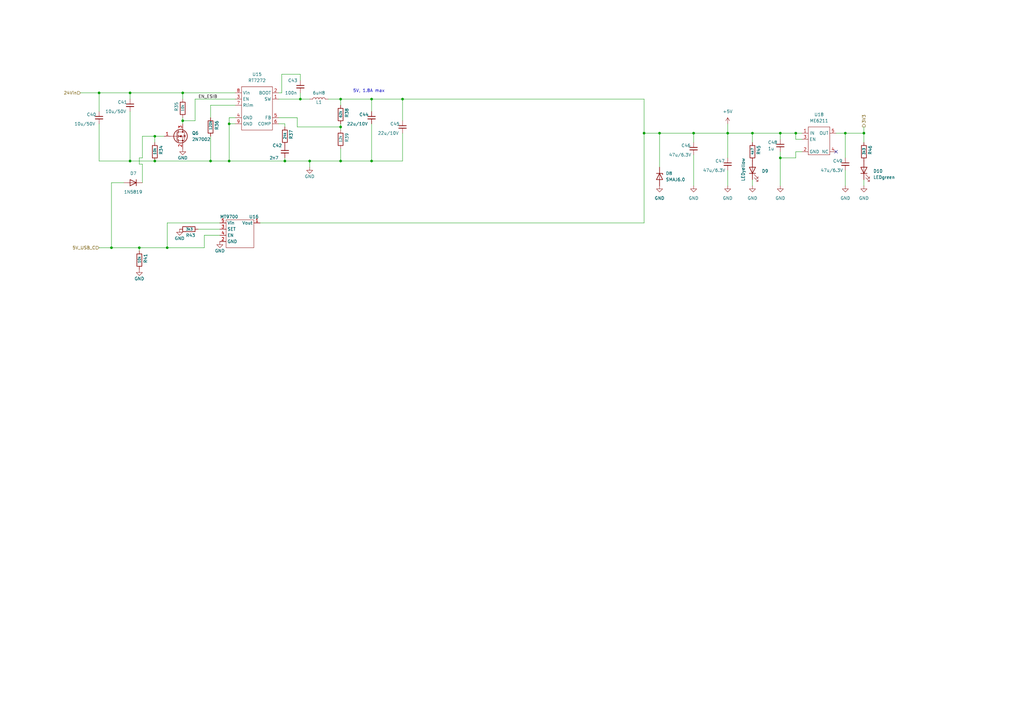
<source format=kicad_sch>
(kicad_sch (version 20211123) (generator eeschema)
  (paper "A3")
  (title_block (title "Power supply") (date "2022-06-08") (rev "3"))
  (lib_symbols
    (symbol "Device:C_Small" (pin_numbers hide) (pin_names (offset 0.254) hide)
      (property "Reference" "C" (at 0.254 1.778 0))
      (property "Value" "C_Small" (at 0.254 -2.032 0))
      (symbol "C_Small_0_1"
        (polyline (pts (xy -1.524 -0.508) (xy 1.524 -0.508)) (stroke (width 0.3302)))
        (polyline (pts (xy -1.524 0.508) (xy 1.524 0.508)) (stroke (width 0.3048)))
      )
      (symbol "C_Small_1_1"
        (pin passive line (at 0 2.54 270) (length 2.032) (name "~") (number "1"))
        (pin passive line (at 0 -2.54 90) (length 2.032) (name "~") (number "2"))
      )
    )
    (symbol "Device:D" (pin_numbers hide) (pin_names (offset 1.016) hide)
      (property "Reference" "D" (at 0 2.54 0))
      (property "Value" "D" (at 0 -2.54 0))
      (symbol "D_0_1"
        (polyline (pts (xy -1.27 1.27) (xy -1.27 -1.27)) (stroke (width 0.254)))
        (polyline (pts (xy 1.27 0) (xy -1.27 0)))
        (polyline (pts (xy 1.27 1.27) (xy 1.27 -1.27) (xy -1.27 0) (xy 1.27 1.27)) (stroke (width 0.254)))
      )
      (symbol "D_1_1"
        (pin passive line (at -3.81 0 0) (length 2.54) (name "K") (number "1"))
        (pin passive line (at 3.81 0 180) (length 2.54) (name "A") (number "2"))
      )
    )
    (symbol "Device:D_Zener" (pin_numbers hide) (pin_names (offset 1.016) hide)
      (property "Reference" "D" (at 0 2.54 0))
      (property "Value" "D_Zener" (at 0 -2.54 0))
      (symbol "D_Zener_0_1"
        (polyline (pts (xy 1.27 0) (xy -1.27 0)))
        (polyline (pts (xy -1.27 -1.27) (xy -1.27 1.27) (xy -0.762 1.27)) (stroke (width 0.254)))
        (polyline (pts (xy 1.27 -1.27) (xy 1.27 1.27) (xy -1.27 0) (xy 1.27 -1.27)) (stroke (width 0.254)))
      )
      (symbol "D_Zener_1_1"
        (pin passive line (at -3.81 0 0) (length 2.54) (name "K") (number "1"))
        (pin passive line (at 3.81 0 180) (length 2.54) (name "A") (number "2"))
      )
    )
    (symbol "Device:L" (pin_numbers hide) (pin_names (offset 1.016) hide)
      (property "Reference" "L" (at -1.27 0 90))
      (property "Value" "L" (at 1.905 0 90))
      (symbol "L_0_1"
        (arc (start 0 -2.54) (mid 0.635 -1.905) (end 0 -1.27))
        (arc (start 0 -1.27) (mid 0.635 -0.635) (end 0 0))
        (arc (start 0 0) (mid 0.635 0.635) (end 0 1.27))
        (arc (start 0 1.27) (mid 0.635 1.905) (end 0 2.54))
      )
      (symbol "L_1_1"
        (pin passive line (at 0 3.81 270) (length 1.27) (name "1") (number "1"))
        (pin passive line (at 0 -3.81 90) (length 1.27) (name "2") (number "2"))
      )
    )
    (symbol "Device:LED" (pin_numbers hide) (pin_names (offset 1.016) hide)
      (property "Reference" "D" (at 0 2.54 0))
      (property "Value" "LED" (at 0 -2.54 0))
      (symbol "LED_0_1"
        (polyline (pts (xy -1.27 -1.27) (xy -1.27 1.27)) (stroke (width 0.254)))
        (polyline (pts (xy -1.27 0) (xy 1.27 0)))
        (polyline (pts (xy 1.27 -1.27) (xy 1.27 1.27) (xy -1.27 0) (xy 1.27 -1.27)) (stroke (width 0.254)))
        (polyline (pts (xy -3.048 -0.762) (xy -4.572 -2.286) (xy -3.81 -2.286) (xy -4.572 -2.286) (xy -4.572 -1.524)))
        (polyline (pts (xy -1.778 -0.762) (xy -3.302 -2.286) (xy -2.54 -2.286) (xy -3.302 -2.286) (xy -3.302 -1.524)))
      )
      (symbol "LED_1_1"
        (pin passive line (at -3.81 0 0) (length 2.54) (name "K") (number "1"))
        (pin passive line (at 3.81 0 180) (length 2.54) (name "A") (number "2"))
      )
    )
    (symbol "Device:R" (pin_numbers hide) (pin_names (offset 0))
      (property "Reference" "R" (at 2.032 0 90))
      (property "Value" "R" (at 0 0 90))
      (symbol "R_0_1"
        (rectangle (start -1.016 -2.54) (end 1.016 2.54) (stroke (width 0.254)))
      )
      (symbol "R_1_1"
        (pin passive line (at 0 3.81 270) (length 1.27) (name "~") (number "1"))
        (pin passive line (at 0 -3.81 90) (length 1.27) (name "~") (number "2"))
      )
    )
    (symbol "MDC:ME6211"
      (property "Reference" "U" (at 3.81 3.81 0))
      (property "Value" "ME6211" (at -3.81 3.81 0))
      (symbol "ME6211_0_1"
        (rectangle (start -3.81 2.54) (end 5.08 -8.89))
      )
      (symbol "ME6211_1_1"
        (pin passive line (at -6.35 0 0) (length 2.54) (name "IN") (number "1"))
        (pin passive line (at -6.35 -7.62 0) (length 2.54) (name "GND") (number "2"))
        (pin passive line (at -6.35 -2.54 0) (length 2.54) (name "EN") (number "3"))
        (pin passive line (at 7.62 -7.62 180) (length 2.54) (name "NC") (number "4"))
        (pin passive line (at 7.62 0 180) (length 2.54) (name "OUT") (number "5"))
      )
    )
    (symbol "MDC:RT7272"
      (property "Reference" "U" (at 5.08 6.35 0))
      (property "Value" "RT7272" (at -5.08 6.35 0))
      (symbol "RT7272_0_1"
        (rectangle (start -6.35 5.08) (end 6.35 -12.7))
      )
      (symbol "RT7272_1_1"
        (pin passive line (at 8.89 0 180) (length 2.54) (name "SW") (number "1"))
        (pin passive line (at 8.89 2.54 180) (length 2.54) (name "BOOT") (number "2"))
        (pin passive line (at -8.89 0 0) (length 2.54) (name "EN") (number "3"))
        (pin passive line (at -8.89 -7.62 0) (length 2.54) (name "GND") (number "4"))
        (pin passive line (at 8.89 -7.62 180) (length 2.54) (name "FB") (number "5"))
        (pin passive line (at 8.89 -10.16 180) (length 2.54) (name "COMP") (number "6"))
        (pin passive line (at -8.89 -2.54 0) (length 2.54) (name "Rlim") (number "7"))
        (pin passive line (at -8.89 2.54 0) (length 2.54) (name "Vin") (number "8"))
        (pin passive line (at -8.89 -10.16 0) (length 2.54) (name "GND") (number "9"))
      )
    )
    (symbol "MT9700_2"
      (property "Reference" "U" (at 3.81 3.81 0))
      (property "Value" "MT9700_2" (at -3.81 3.81 0))
      (symbol "MT9700_2_0_1"
        (rectangle (start -5.08 1.27) (end 6.35 -10.16))
      )
      (symbol "MT9700_2_1_1"
        (pin passive line (at 8.89 0 180) (length 2.54) (name "Vout") (number "1"))
        (pin passive line (at -7.62 -7.62 0) (length 2.54) (name "GND") (number "2"))
        (pin passive line (at -7.62 -2.54 0) (length 2.54) (name "SET") (number "3"))
        (pin passive line (at -7.62 -5.08 0) (length 2.54) (name "EN") (number "4"))
        (pin passive line (at -7.62 0 0) (length 2.54) (name "Vin") (number "5"))
      )
    )
    (symbol "Transistor_FET:2N7002" (pin_names hide)
      (property "Reference" "Q" (at 5.08 1.905 0))
      (property "Value" "2N7002" (at 5.08 0 0))
      (symbol "2N7002_0_1"
        (polyline (pts (xy 0.254 0) (xy -2.54 0)))
        (polyline (pts (xy 0.254 1.905) (xy 0.254 -1.905)) (stroke (width 0.254)))
        (polyline (pts (xy 0.762 -1.27) (xy 0.762 -2.286)) (stroke (width 0.254)))
        (polyline (pts (xy 0.762 0.508) (xy 0.762 -0.508)) (stroke (width 0.254)))
        (polyline (pts (xy 0.762 2.286) (xy 0.762 1.27)) (stroke (width 0.254)))
        (polyline (pts (xy 2.54 2.54) (xy 2.54 1.778)))
        (polyline (pts (xy 2.54 -2.54) (xy 2.54 0) (xy 0.762 0)))
        (polyline (pts (xy 0.762 -1.778) (xy 3.302 -1.778) (xy 3.302 1.778) (xy 0.762 1.778)))
        (polyline (pts (xy 1.016 0) (xy 2.032 0.381) (xy 2.032 -0.381) (xy 1.016 0)) (fill (type outline)))
        (polyline (pts (xy 2.794 0.508) (xy 2.921 0.381) (xy 3.683 0.381) (xy 3.81 0.254)))
        (polyline (pts (xy 3.302 0.381) (xy 2.921 -0.254) (xy 3.683 -0.254) (xy 3.302 0.381)))
        (circle (center 1.651 0) (radius 2.794) (stroke (width 0.254)))
        (circle (center 2.54 -1.778) (radius 0.254) (fill (type outline)))
        (circle (center 2.54 1.778) (radius 0.254) (fill (type outline)))
      )
      (symbol "2N7002_1_1"
        (pin input line (at -5.08 0 0) (length 2.54) (name "G") (number "1"))
        (pin passive line (at 2.54 -5.08 90) (length 2.54) (name "S") (number "2"))
        (pin passive line (at 2.54 5.08 270) (length 2.54) (name "D") (number "3"))
      )
    )
    (symbol "power:+5V" (power) (pin_names (offset 0))
      (property "Value" "+5V" (at 0 3.556 0))
      (symbol "+5V_0_1"
        (polyline (pts (xy -0.762 1.27) (xy 0 2.54)))
        (polyline (pts (xy 0 0) (xy 0 2.54)))
        (polyline (pts (xy 0 2.54) (xy 0.762 1.27)))
      )
      (symbol "+5V_1_1"
        (pin power_in line (at 0 0 90) (length 0) hide (name "+5V") (number "1"))
      )
    )
    (symbol "power:GND" (power) (pin_names (offset 0))
      (property "Value" "GND" (at 0 -3.81 0))
      (symbol "GND_0_1"
        (polyline (pts (xy 0 0) (xy 0 -1.27) (xy 1.27 -1.27) (xy 0 -2.54) (xy -1.27 -1.27) (xy 0 -1.27)))
      )
      (symbol "GND_1_1"
        (pin power_in line (at 0 0 270) (length 0) hide (name "GND") (number "1"))
      )
    )
  )
  (junction (at 127 66.04))
  (junction (at 116.84 66.04))
  (junction (at 63.5 55.88))
  (junction (at 139.7 40.64))
  (junction (at 354.33 54.61))
  (junction (at 123.19 40.64))
  (junction (at 57.15 101.6))
  (junction (at 270.51 54.61))
  (junction (at 45.72 101.6))
  (junction (at 93.98 66.04))
  (junction (at 93.98 50.8))
  (junction (at 40.64 38.1))
  (junction (at 86.36 66.04))
  (junction (at 53.34 38.1))
  (junction (at 264.16 54.61))
  (junction (at 284.48 54.61))
  (junction (at 139.7 66.04))
  (junction (at 346.71 54.61))
  (junction (at 152.4 66.04))
  (junction (at 298.45 54.61))
  (junction (at 326.39 54.61))
  (junction (at 320.04 54.61))
  (junction (at 308.61 54.61))
  (junction (at 139.7 52.07))
  (junction (at 152.4 40.64))
  (junction (at 320.04 64.77))
  (junction (at 68.58 101.6))
  (junction (at 74.93 49.53))
  (junction (at 74.93 38.1))
  (junction (at 165.1 40.64))
  (junction (at 63.5 66.04))
  (junction (at 53.34 66.04))
  (no_connect (at 342.9 62.23))
  (wire (pts (xy 320.04 64.77) (xy 326.39 64.77)))
  (wire (pts (xy 346.71 54.61) (xy 354.33 54.61)))
  (wire (pts (xy 93.98 50.8) (xy 96.52 50.8)))
  (wire (pts (xy 320.04 64.77) (xy 320.04 76.2)))
  (wire (pts (xy 116.84 66.04) (xy 93.98 66.04)))
  (wire (pts (xy 320.04 54.61) (xy 326.39 54.61)))
  (wire (pts (xy 57.15 64.77) (xy 58.42 64.77)))
  (wire (pts (xy 68.58 101.6) (xy 68.58 91.44)))
  (wire (pts (xy 123.19 40.64) (xy 123.19 38.1)))
  (wire (pts (xy 328.93 62.23) (xy 326.39 62.23)))
  (wire (pts (xy 270.51 54.61) (xy 284.48 54.61)))
  (wire (pts (xy 53.34 66.04) (xy 63.5 66.04)))
  (wire (pts (xy 106.68 91.44) (xy 264.16 91.44)))
  (wire (pts (xy 139.7 50.8) (xy 139.7 52.07)))
  (wire (pts (xy 127 66.04) (xy 139.7 66.04)))
  (wire (pts (xy 58.42 55.88) (xy 63.5 55.88)))
  (wire (pts (xy 115.57 38.1) (xy 115.57 30.48)))
  (wire (pts (xy 80.01 49.53) (xy 74.93 49.53)))
  (wire (pts (xy 86.36 55.88) (xy 86.36 66.04)))
  (wire (pts (xy 284.48 54.61) (xy 284.48 58.42)))
  (wire (pts (xy 93.98 48.26) (xy 96.52 48.26)))
  (wire (pts (xy 81.28 93.98) (xy 90.17 93.98)))
  (wire (pts (xy 152.4 66.04) (xy 165.1 66.04)))
  (wire (pts (xy 165.1 40.64) (xy 264.16 40.64)))
  (wire (pts (xy 96.52 40.64) (xy 80.01 40.64)))
  (wire (pts (xy 80.01 40.64) (xy 80.01 49.53)))
  (wire (pts (xy 326.39 57.15) (xy 326.39 54.61)))
  (wire (pts (xy 93.98 66.04) (xy 86.36 66.04)))
  (wire (pts (xy 134.62 40.64) (xy 139.7 40.64)))
  (wire (pts (xy 58.42 67.31) (xy 57.15 67.31)))
  (wire (pts (xy 139.7 66.04) (xy 152.4 66.04)))
  (wire (pts (xy 298.45 50.8) (xy 298.45 54.61)))
  (wire (pts (xy 308.61 54.61) (xy 320.04 54.61)))
  (wire (pts (xy 152.4 50.8) (xy 152.4 66.04)))
  (wire (pts (xy 121.92 52.07) (xy 121.92 48.26)))
  (wire (pts (xy 83.82 96.52) (xy 83.82 101.6)))
  (wire (pts (xy 50.8 74.93) (xy 45.72 74.93)))
  (wire (pts (xy 58.42 67.31) (xy 58.42 74.93)))
  (wire (pts (xy 264.16 91.44) (xy 264.16 54.61)))
  (wire (pts (xy 354.33 52.07) (xy 354.33 54.61)))
  (wire (pts (xy 93.98 50.8) (xy 93.98 48.26)))
  (wire (pts (xy 63.5 66.04) (xy 86.36 66.04)))
  (wire (pts (xy 114.3 40.64) (xy 123.19 40.64)))
  (wire (pts (xy 320.04 62.23) (xy 320.04 64.77)))
  (wire (pts (xy 284.48 54.61) (xy 298.45 54.61)))
  (wire (pts (xy 40.64 101.6) (xy 45.72 101.6)))
  (wire (pts (xy 308.61 54.61) (xy 308.61 58.42)))
  (wire (pts (xy 45.72 74.93) (xy 45.72 101.6)))
  (wire (pts (xy 298.45 54.61) (xy 308.61 54.61)))
  (wire (pts (xy 57.15 101.6) (xy 57.15 102.87)))
  (wire (pts (xy 346.71 69.85) (xy 346.71 76.2)))
  (wire (pts (xy 53.34 66.04) (xy 53.34 45.72)))
  (wire (pts (xy 152.4 40.64) (xy 165.1 40.64)))
  (wire (pts (xy 115.57 30.48) (xy 123.19 30.48)))
  (wire (pts (xy 63.5 55.88) (xy 63.5 58.42)))
  (wire (pts (xy 58.42 55.88) (xy 58.42 64.77)))
  (wire (pts (xy 74.93 38.1) (xy 96.52 38.1)))
  (wire (pts (xy 165.1 66.04) (xy 165.1 54.61)))
  (wire (pts (xy 116.84 66.04) (xy 127 66.04)))
  (wire (pts (xy 264.16 54.61) (xy 270.51 54.61)))
  (wire (pts (xy 121.92 48.26) (xy 114.3 48.26)))
  (wire (pts (xy 68.58 101.6) (xy 57.15 101.6)))
  (wire (pts (xy 298.45 69.85) (xy 298.45 76.2)))
  (wire (pts (xy 123.19 30.48) (xy 123.19 33.02)))
  (wire (pts (xy 74.93 48.26) (xy 74.93 49.53)))
  (wire (pts (xy 152.4 40.64) (xy 152.4 45.72)))
  (wire (pts (xy 74.93 38.1) (xy 74.93 40.64)))
  (wire (pts (xy 328.93 57.15) (xy 326.39 57.15)))
  (wire (pts (xy 40.64 38.1) (xy 53.34 38.1)))
  (wire (pts (xy 139.7 60.96) (xy 139.7 66.04)))
  (wire (pts (xy 40.64 66.04) (xy 40.64 50.8)))
  (wire (pts (xy 116.84 50.8) (xy 116.84 52.07)))
  (wire (pts (xy 53.34 38.1) (xy 53.34 40.64)))
  (wire (pts (xy 53.34 38.1) (xy 74.93 38.1)))
  (wire (pts (xy 139.7 40.64) (xy 139.7 43.18)))
  (wire (pts (xy 114.3 38.1) (xy 115.57 38.1)))
  (wire (pts (xy 346.71 54.61) (xy 342.9 54.61)))
  (wire (pts (xy 270.51 54.61) (xy 270.51 68.58)))
  (wire (pts (xy 33.02 38.1) (xy 40.64 38.1)))
  (wire (pts (xy 74.93 49.53) (xy 74.93 50.8)))
  (wire (pts (xy 40.64 38.1) (xy 40.64 45.72)))
  (wire (pts (xy 139.7 40.64) (xy 152.4 40.64)))
  (wire (pts (xy 63.5 55.88) (xy 67.31 55.88)))
  (wire (pts (xy 320.04 54.61) (xy 320.04 57.15)))
  (wire (pts (xy 116.84 64.77) (xy 116.84 66.04)))
  (wire (pts (xy 284.48 63.5) (xy 284.48 76.2)))
  (wire (pts (xy 57.15 67.31) (xy 57.15 64.77)))
  (wire (pts (xy 165.1 40.64) (xy 165.1 49.53)))
  (wire (pts (xy 86.36 43.18) (xy 86.36 48.26)))
  (wire (pts (xy 68.58 91.44) (xy 90.17 91.44)))
  (wire (pts (xy 40.64 66.04) (xy 53.34 66.04)))
  (wire (pts (xy 308.61 73.66) (xy 308.61 76.2)))
  (wire (pts (xy 354.33 54.61) (xy 354.33 58.42)))
  (wire (pts (xy 93.98 66.04) (xy 93.98 50.8)))
  (wire (pts (xy 45.72 101.6) (xy 57.15 101.6)))
  (wire (pts (xy 326.39 62.23) (xy 326.39 64.77)))
  (wire (pts (xy 123.19 40.64) (xy 127 40.64)))
  (wire (pts (xy 264.16 40.64) (xy 264.16 54.61)))
  (wire (pts (xy 298.45 54.61) (xy 298.45 64.77)))
  (wire (pts (xy 127 66.04) (xy 127 68.58)))
  (wire (pts (xy 83.82 101.6) (xy 68.58 101.6)))
  (wire (pts (xy 326.39 54.61) (xy 328.93 54.61)))
  (wire (pts (xy 96.52 43.18) (xy 86.36 43.18)))
  (wire (pts (xy 139.7 52.07) (xy 139.7 53.34)))
  (wire (pts (xy 83.82 96.52) (xy 90.17 96.52)))
  (wire (pts (xy 354.33 73.66) (xy 354.33 76.2)))
  (wire (pts (xy 114.3 50.8) (xy 116.84 50.8)))
  (wire (pts (xy 346.71 64.77) (xy 346.71 54.61)))
  (wire (pts (xy 121.92 52.07) (xy 139.7 52.07)))
  (text "5V, 1.8A max" (at 144.78 38.1 0) (effects (font (size 1.27 1.27)) (justify left bottom)))
  (label "EN_ESIB" (at 81.28 40.64 0))
  (hierarchical_label "3V3" (shape output) (at 354.33 52.07 90))
  (hierarchical_label "24Vin" (shape input) (at 33.02 38.1 180))
  (hierarchical_label "5V_USB_C" (shape input) (at 40.64 101.6 180))
  (symbol (lib_id "Device:R") (at 63.5 62.23 0) (unit 1)
    (property "Reference" "R34" (at 66.04 63.5 90) (effects (justify left)))
    (property "Value" "10k" (at 63.5 63.5 90) (effects (font (size 1 1)) (justify left)))
    (property "Footprint" "Resistor_SMD:R_0603_1608Metric" (effects hide))
    (property "MfgNo" "0603WAF1002T5E" (effects hide))
    (property "price@1" "0.003" (effects hide))
    (property "price@reel" "0.002" (effects hide))
    (property "JCLPCB" "C25804" (effects hide))
  )
  (symbol (lib_id "Device:D_Zener") (at 270.51 72.39 270) (unit 1)
    (property "Reference" "D8" (at 273.05 71.1199 90) (effects (justify left)))
    (property "Value" "SMAJ6.0" (at 273.05 73.6599 90) (effects (justify left)))
    (property "Footprint" "Diode_SMD:D_SMA" (effects hide))
    (property "MfgNo" "SMAJ6.0CA" (effects hide))
    (property "price@1" "0.06" (effects hide))
    (property "price@reel" "0.04" (effects hide))
    (property "JCLPCB" "C698928" (effects hide))
  )
  (symbol (lib_id "MDC:RT7272") (at 105.41 40.64 0) (unit 1)
    (property "Reference" "U15" (at 105.41 30.48 0))
    (property "Value" "RT7272" (at 105.41 33.02 0))
    (property "Footprint" "mdc_footprints:SOIC8-1EP_3.9x4.9mm_P1.27_ThermalVias" (effects hide))
    (property "MfgNo" "RT7272BGSP" (effects hide))
    (property "price@1" "0.65" (effects hide))
    (property "price@reel" "0.43" (effects hide))
    (property "JCLPCB" "C127866" (effects hide))
  )
  (symbol (lib_name "MT9700_2") (lib_id "MDC:MT9700") (at 97.79 91.44 0) (unit 1)
    (property "Reference" "U16" (at 104.14 88.9 0))
    (property "Value" "MT9700" (at 93.98 88.9 0))
    (property "Footprint" "Package_TO_SOT_SMD:SOT-23-5" (effects hide))
    (property "MfgNo" "MT9700" (effects hide))
    (property "price@1" "0.11" (effects hide))
    (property "price@reel" "0.07" (effects hide))
    (property "JCLPCB" "C89855" (effects hide))
  )
  (symbol (lib_id "Device:LED") (at 308.61 69.85 90) (unit 1)
    (property "Reference" "D9" (at 312.42 70.1674 90) (effects (justify right)))
    (property "Value" "LEDyellow" (at 304.8 64.77 0) (effects (justify right)))
    (property "Footprint" "LED_SMD:LED_0603_1608Metric" (effects hide))
    (property "MfgNo" "19-213/Y2C-CQ2R2L/3T(CY)" (effects hide))
    (property "price@1" "0.03" (effects hide))
    (property "price@reel" "0.02" (effects hide))
    (property "JCLPCB" "C72038" (effects hide))
  )
  (symbol (lib_id "Device:C_Small") (at 320.04 59.69 0) (unit 1)
    (property "Reference" "C48" (at 314.96 58.42 0) (effects (justify left)))
    (property "Value" "1u" (at 314.96 60.96 0) (effects (justify left)))
    (property "Footprint" "Capacitor_SMD:C_0603_1608Metric" (effects hide))
    (property "MfgNo" "CL10A105KB8NNNC" (effects hide))
    (property "price@1" "0.006" (effects hide))
    (property "price@reel" "0.004" (effects hide))
    (property "JCLPCB" "C15849" (effects hide))
  )
  (symbol (lib_id "Device:R") (at 139.7 46.99 0) (unit 1)
    (property "Reference" "R38" (at 142.24 48.26 90) (effects (justify left)))
    (property "Value" "62k" (at 139.7 48.26 90) (effects (font (size 1 1)) (justify left)))
    (property "Footprint" "Resistor_SMD:R_0603_1608Metric" (effects hide))
    (property "MfgNo" "0603WAF6202T5E" (effects hide))
    (property "price@1" "0.003" (effects hide))
    (property "price@reel" "0.002" (effects hide))
    (property "JCLPCB" "C23221" (effects hide))
  )
  (symbol (lib_id "Device:C_Small") (at 346.71 67.31 0) (unit 1)
    (property "Reference" "C49" (at 341.63 66.04 0) (effects (justify left)))
    (property "Value" "47u/6.3V" (at 336.55 69.85 0) (effects (justify left)))
    (property "Footprint" "Capacitor_SMD:C_0805_2012Metric" (effects hide))
    (property "MfgNo" "CL21A476MQYNNNE" (effects hide))
    (property "price@1" "0.03" (effects hide))
    (property "price@reel" "0.02" (effects hide))
    (property "JCLPCB" "C16780" (effects hide))
  )
  (symbol (lib_id "Device:R") (at 86.36 52.07 0) (unit 1)
    (property "Reference" "R36" (at 88.9 53.34 90) (effects (justify left)))
    (property "Value" "120k" (at 86.36 53.34 90) (effects (font (size 1 1)) (justify left)))
    (property "Footprint" "Resistor_SMD:R_0603_1608Metric" (effects hide))
    (property "MfgNo" "0603WAF1203T5E" (effects hide))
    (property "price@1" "0.003" (effects hide))
    (property "price@reel" "0.002" (effects hide))
    (property "JCLPCB" "C25808" (effects hide))
  )
  (symbol (lib_id "Device:R") (at 57.15 106.68 0) (unit 1)
    (property "Reference" "R41" (at 59.69 107.95 90) (effects (justify left)))
    (property "Value" "10k" (at 57.15 107.95 90) (effects (font (size 1 1)) (justify left)))
    (property "Footprint" "Resistor_SMD:R_0603_1608Metric" (effects hide))
    (property "MfgNo" "0603WAF1002T5E" (effects hide))
    (property "price@1" "0.003" (effects hide))
    (property "price@reel" "0.002" (effects hide))
    (property "JCLPCB" "C25804" (effects hide))
  )
  (symbol (lib_id "power:GND") (at 74.93 60.96 0) (unit 1)
    (property "Reference" "#PWR080" (effects hide))
    (property "Value" "GND" (at 74.93 64.77 0))
  )
  (symbol (lib_id "Device:C_Small") (at 116.84 62.23 0) (unit 1)
    (property "Reference" "C42" (at 111.76 59.69 0) (effects (justify left)))
    (property "Value" "2n7" (at 110.49 64.77 0) (effects (justify left)))
    (property "Footprint" "Capacitor_SMD:C_0603_1608Metric" (effects hide))
    (property "MfgNo" "0603B272K500NT" (effects hide))
    (property "price@1" "0.003" (effects hide))
    (property "price@reel" "0.002" (effects hide))
    (property "JCLPCB" "C1609" (effects hide))
  )
  (symbol (lib_id "power:GND") (at 346.71 76.2 0) (unit 1)
    (property "Reference" "#PWR095" (effects hide))
    (property "Value" "GND" (at 346.71 81.28 0))
  )
  (symbol (lib_id "Device:L") (at 130.81 40.64 90) (unit 1)
    (property "Reference" "L1" (at 130.81 41.91 90))
    (property "Value" "6uH8" (at 130.81 38.1 90))
    (property "Footprint" "Inductor_SMD:L_Bourns-SRN4018" (effects hide))
    (property "MfgNo" "MWSA0402S-6R8MT" (effects hide))
    (property "price@1" "0.16" (effects hide))
    (property "price@reel" "0.11" (effects hide))
    (property "JCLPCB" "C408338" (effects hide))
  )
  (symbol (lib_id "Device:C_Small") (at 152.4 48.26 0) (unit 1)
    (property "Reference" "C44" (at 147.32 46.99 0) (effects (justify left)))
    (property "Value" "22u/10V" (at 142.24 50.8 0) (effects (justify left)))
    (property "Footprint" "Capacitor_SMD:C_0603_1608Metric" (effects hide))
    (property "MfgNo" "CL10A226MP8NUNE" (effects hide))
    (property "price@1" "0.02" (effects hide))
    (property "price@reel" "0.01" (effects hide))
    (property "JCLPCB" "C86295" (effects hide))
  )
  (symbol (lib_id "Device:R") (at 354.33 62.23 0) (unit 1)
    (property "Reference" "R46" (at 356.87 63.5 90) (effects (justify left)))
    (property "Value" "3k3" (at 354.33 63.5 90) (effects (font (size 1 1)) (justify left)))
    (property "Footprint" "Resistor_SMD:R_0603_1608Metric" (effects hide))
    (property "MfgNo" "0603WAF3301T5E" (effects hide))
    (property "price@1" "0.003" (effects hide))
    (property "price@reel" "0.002" (effects hide))
    (property "JCLPCB" "C22978" (effects hide))
  )
  (symbol (lib_id "power:GND") (at 284.48 76.2 0) (unit 1)
    (property "Reference" "#PWR090" (effects hide))
    (property "Value" "GND" (at 284.48 81.28 0))
  )
  (symbol (lib_id "Device:C_Small") (at 40.64 48.26 0) (unit 1)
    (property "Reference" "C40" (at 35.56 46.99 0) (effects (justify left)))
    (property "Value" "10u/50V" (at 30.48 50.8 0) (effects (justify left)))
    (property "Footprint" "Capacitor_SMD:C_0805_2012Metric" (effects hide))
    (property "MfgNo" "GRM21BR61H106KE43L" (effects hide))
    (property "price@1" "0.10" (effects hide))
    (property "price@reel" "0.07" (effects hide))
    (property "JCLPCB" "C440198" (effects hide))
  )
  (symbol (lib_id "Device:R") (at 308.61 62.23 0) (unit 1)
    (property "Reference" "R45" (at 311.15 63.5 90) (effects (justify left)))
    (property "Value" "4k7" (at 308.61 63.5 90) (effects (font (size 1 1)) (justify left)))
    (property "Footprint" "Resistor_SMD:R_0603_1608Metric" (effects hide))
    (property "MfgNo" "0603WAF4701T5E" (effects hide))
    (property "price@1" "0.003" (effects hide))
    (property "price@reel" "0.002" (effects hide))
    (property "JCLPCB" "C23162" (effects hide))
  )
  (symbol (lib_id "Device:C_Small") (at 53.34 43.18 0) (unit 1)
    (property "Reference" "C41" (at 48.26 41.91 0) (effects (justify left)))
    (property "Value" "10u/50V" (at 43.18 45.72 0) (effects (justify left)))
    (property "Footprint" "Capacitor_SMD:C_0805_2012Metric" (effects hide))
    (property "MfgNo" "GRM21BR61H106KE43L" (effects hide))
    (property "price@1" "0.10" (effects hide))
    (property "price@reel" "0.07" (effects hide))
    (property "JCLPCB" "C440198" (effects hide))
  )
  (symbol (lib_id "power:GND") (at 320.04 76.2 0) (unit 1)
    (property "Reference" "#PWR094" (effects hide))
    (property "Value" "GND" (at 320.04 81.28 0))
  )
  (symbol (lib_id "Device:R") (at 74.93 44.45 0) (unit 1)
    (property "Reference" "R35" (at 72.39 45.72 90) (effects (justify left)))
    (property "Value" "10k" (at 74.93 45.72 90) (effects (font (size 1 1)) (justify left)))
    (property "Footprint" "Resistor_SMD:R_0603_1608Metric" (effects hide))
    (property "MfgNo" "0603WAF1002T5E" (effects hide))
    (property "price@1" "0.003" (effects hide))
    (property "price@reel" "0.002" (effects hide))
    (property "JCLPCB" "C25804" (effects hide))
  )
  (symbol (lib_id "Device:C_Small") (at 284.48 60.96 0) (unit 1)
    (property "Reference" "C46" (at 279.4 59.69 0) (effects (justify left)))
    (property "Value" "47u/6.3V" (at 274.32 63.5 0) (effects (justify left)))
    (property "Footprint" "Capacitor_SMD:C_0805_2012Metric" (effects hide))
    (property "MfgNo" "CL21A476MQYNNNE" (effects hide))
    (property "price@1" "0.03" (effects hide))
    (property "price@reel" "0.02" (effects hide))
    (property "JCLPCB" "C16780" (effects hide))
  )
  (symbol (lib_id "power:GND") (at 57.15 110.49 0) (unit 1)
    (property "Reference" "#PWR083" (effects hide))
    (property "Value" "GND" (at 57.15 114.3 0))
  )
  (symbol (lib_id "Device:LED") (at 354.33 69.85 90) (unit 1)
    (property "Reference" "D10" (at 358.14 70.1674 90) (effects (justify right)))
    (property "Value" "LEDgreen" (at 358.14 72.7074 90) (effects (justify right)))
    (property "Footprint" "LED_SMD:LED_0603_1608Metric" (effects hide))
    (property "MfgNo" "19-217/GHC-YR1S2/3T" (effects hide))
    (property "price@1" "0.03" (effects hide))
    (property "price@reel" "0.02" (effects hide))
    (property "JCLPCB" "C72043" (effects hide))
  )
  (symbol (lib_id "Device:R") (at 116.84 55.88 0) (unit 1)
    (property "Reference" "R37" (at 119.38 57.15 90) (effects (justify left)))
    (property "Value" "24k" (at 116.84 57.15 90) (effects (font (size 1 1)) (justify left)))
    (property "Footprint" "Resistor_SMD:R_0603_1608Metric" (effects hide))
    (property "MfgNo" "0603WAF2402T5E" (effects hide))
    (property "price@1" "0.003" (effects hide))
    (property "price@reel" "0.002" (effects hide))
    (property "JCLPCB" "C23352" (effects hide))
  )
  (symbol (lib_id "power:GND") (at 354.33 76.2 0) (unit 1)
    (property "Reference" "#PWR097" (effects hide))
    (property "Value" "GND" (at 354.33 81.28 0))
  )
  (symbol (lib_id "power:GND") (at 90.17 99.06 0) (unit 1)
    (property "Reference" "#PWR087" (effects hide))
    (property "Value" "GND" (at 90.17 102.87 0))
  )
  (symbol (lib_id "power:+5V") (at 298.45 50.8 0) (unit 1)
    (property "Reference" "#PWR091" (effects hide))
    (property "Value" "+5V" (at 298.45 45.72 0))
  )
  (symbol (lib_id "power:GND") (at 73.66 93.98 0) (unit 1)
    (property "Reference" "#PWR085" (effects hide))
    (property "Value" "GND" (at 73.66 97.79 0))
  )
  (symbol (lib_id "Device:C_Small") (at 123.19 35.56 0) (unit 1)
    (property "Reference" "C43" (at 118.11 33.02 0) (effects (justify left)))
    (property "Value" "100n" (at 116.84 38.1 0) (effects (justify left)))
    (property "Footprint" "Capacitor_SMD:C_0603_1608Metric" (effects hide))
    (property "MfgNo" "CC0603KRX7R9BB104" (effects hide))
    (property "price@1" "0.003" (effects hide))
    (property "price@reel" "0.002" (effects hide))
    (property "JCLPCB" "C14663" (effects hide))
  )
  (symbol (lib_id "Device:C_Small") (at 165.1 52.07 0) (unit 1)
    (property "Reference" "C45" (at 160.02 50.8 0) (effects (justify left)))
    (property "Value" "22u/10V" (at 154.94 54.61 0) (effects (justify left)))
    (property "Footprint" "Capacitor_SMD:C_0603_1608Metric" (effects hide))
    (property "MfgNo" "CL10A226MP8NUNE" (effects hide))
    (property "price@1" "0.02" (effects hide))
    (property "price@reel" "0.01" (effects hide))
    (property "JCLPCB" "C86295" (effects hide))
  )
  (symbol (lib_id "power:GND") (at 298.45 76.2 0) (unit 1)
    (property "Reference" "#PWR092" (effects hide))
    (property "Value" "GND" (at 298.45 81.28 0))
  )
  (symbol (lib_id "Device:C_Small") (at 298.45 67.31 0) (unit 1)
    (property "Reference" "C47" (at 293.37 66.04 0) (effects (justify left)))
    (property "Value" "47u/6.3V" (at 288.29 69.85 0) (effects (justify left)))
    (property "Footprint" "Capacitor_SMD:C_0805_2012Metric" (effects hide))
    (property "MfgNo" "CL21A476MQYNNNE" (effects hide))
    (property "price@1" "0.03" (effects hide))
    (property "price@reel" "0.02" (effects hide))
    (property "JCLPCB" "C16780" (effects hide))
  )
  (symbol (lib_id "power:GND") (at 127 68.58 0) (unit 1)
    (property "Reference" "#PWR081" (effects hide))
    (property "Value" "GND" (at 127 72.39 0))
  )
  (symbol (lib_id "Device:R") (at 77.47 93.98 270) (unit 1)
    (property "Reference" "R43" (at 76.2 96.52 90) (effects (justify left)))
    (property "Value" "3k3" (at 76.2 93.98 90) (effects (font (size 1 1)) (justify left)))
    (property "Footprint" "Resistor_SMD:R_0603_1608Metric" (effects hide))
    (property "MfgNo" "0603WAF3301T5E" (effects hide))
    (property "price@1" "0.003" (effects hide))
    (property "price@reel" "0.002" (effects hide))
    (property "JCLPCB" "C22978" (effects hide))
  )
  (symbol (lib_id "MDC:ME6211") (at 335.28 54.61 0) (unit 1)
    (property "Reference" "U18" (at 335.915 46.99 0))
    (property "Value" "ME6211" (at 335.915 49.53 0))
    (property "Footprint" "Package_TO_SOT_SMD:SOT-23-5" (effects hide))
    (property "MfgNo" "ME6211C33M5G-N" (effects hide))
    (property "price@1" "0.07" (effects hide))
    (property "price@reel" "0.05" (effects hide))
    (property "JCLPCB" "C82942" (effects hide))
  )
  (symbol (lib_id "power:GND") (at 308.61 76.2 0) (unit 1)
    (property "Reference" "#PWR093" (effects hide))
    (property "Value" "GND" (at 308.61 81.28 0))
  )
  (symbol (lib_id "Device:R") (at 139.7 57.15 0) (unit 1)
    (property "Reference" "R39" (at 142.24 58.42 90) (effects (justify left)))
    (property "Value" "12k" (at 139.7 58.42 90) (effects (font (size 1 1)) (justify left)))
    (property "Footprint" "Resistor_SMD:R_0603_1608Metric" (effects hide))
    (property "MfgNo" "0603WAF1202T5E" (effects hide))
    (property "price@1" "0.003" (effects hide))
    (property "price@reel" "0.002" (effects hide))
    (property "JCLPCB" "C22790" (effects hide))
  )
  (symbol (lib_id "Transistor_FET:2N7002") (at 72.39 55.88 0) (unit 1)
    (property "Reference" "Q6" (at 78.74 54.6099 0) (effects (justify left)))
    (property "Value" "2N7002" (at 78.74 57.1499 0) (effects (justify left)))
    (property "Footprint" "Package_TO_SOT_SMD:SOT-23" (effects hide))
    (property "Datasheet" "https://www.onsemi.com/pub/Collateral/NDS7002A-D.PDF" (effects hide))
    (property "MfgNo" "2N7002" (effects hide))
    (property "price@1" "0.03" (effects hide))
    (property "price@reel" "0.02" (effects hide))
    (property "JCLPCB" "C8545" (effects hide))
  )
  (symbol (lib_id "power:GND") (at 270.51 76.2 0) (unit 1)
    (property "Reference" "#PWR089" (effects hide))
    (property "Value" "GND" (at 270.51 81.28 0))
  )
  (symbol (lib_id "Device:D") (at 54.61 74.93 180) (unit 1)
    (property "Reference" "D7" (at 53.34 71.12 0) (effects (justify right)))
    (property "Value" "1N5819" (at 50.8 78.74 0) (effects (justify right)))
    (property "Footprint" "Diode_SMD:D_SOD-323" (effects hide))
    (property "MfgNo" "1N5819WS" (effects hide))
    (property "price@1" "0.02" (effects hide))
    (property "price@reel" "0.02" (effects hide))
    (property "JCLPCB" "C191023" (effects hide))
  )
)
</source>
